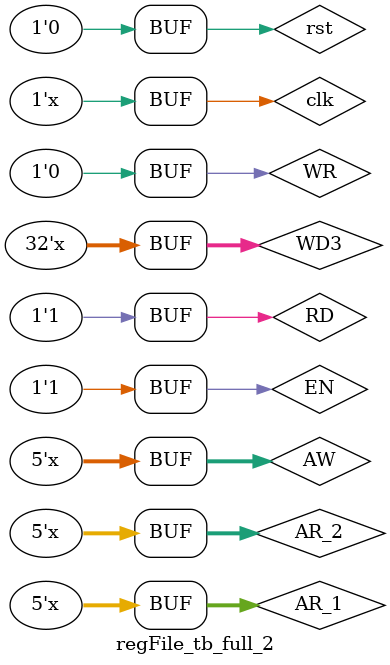
<source format=v>

`timescale 1ns / 1ps

module regFile_tb_full_2;

 // Entradas
	reg [31:0] WD3;
	reg [4:0] AW;
	reg [4:0] AR_1;
	reg [4:0] AR_2;
	reg RD;
	reg WR;
	reg rst;
	reg EN;
	reg clk;

 // Salidas
 wire [31:0] RD1;
 wire [31:0] RD2;

	register_file uut (
		.WD3(WD3), 
      .AW(AW), 
		.RD1(RD1), 
		.AR_1(AR_1), 
      .RD2(RD2), 
		.AR_2(AR_2), 
		.RD(RD), 
		.WR(WR), 
		.rst(rst), 
		.EN(EN), 
		.clk(clk)
 );

 initial begin

  // Initialize Inputs

  WD3  = 32'b0;
  AW  = 4'b0;
  AR_1  = 4'b0;
  AR_2  = 4'b1;
  RD  = 1'b0;
  WR  = 1'b1;
  EN  = 1'b1;
  clk  = 1'b0;

  // Wait 100 ns for global reset to finish
  rst  = 1'b1;
  #100;
  rst  = 1'b0;
  
  #30000 
  WR = 1'b0;
  RD = 1'b1;

  
 end

always
begin
#20 WD3 = WD3 + 1;
end 

always
begin
#20 AW  = AW + 1;
end

always
begin
#20 AR_1  = AR_1 + 1;
end

always
begin
#20 AR_2  = AR_2 - 1;
end

always 
begin
	#10 clk = ~clk;
end 

endmodule 
</source>
